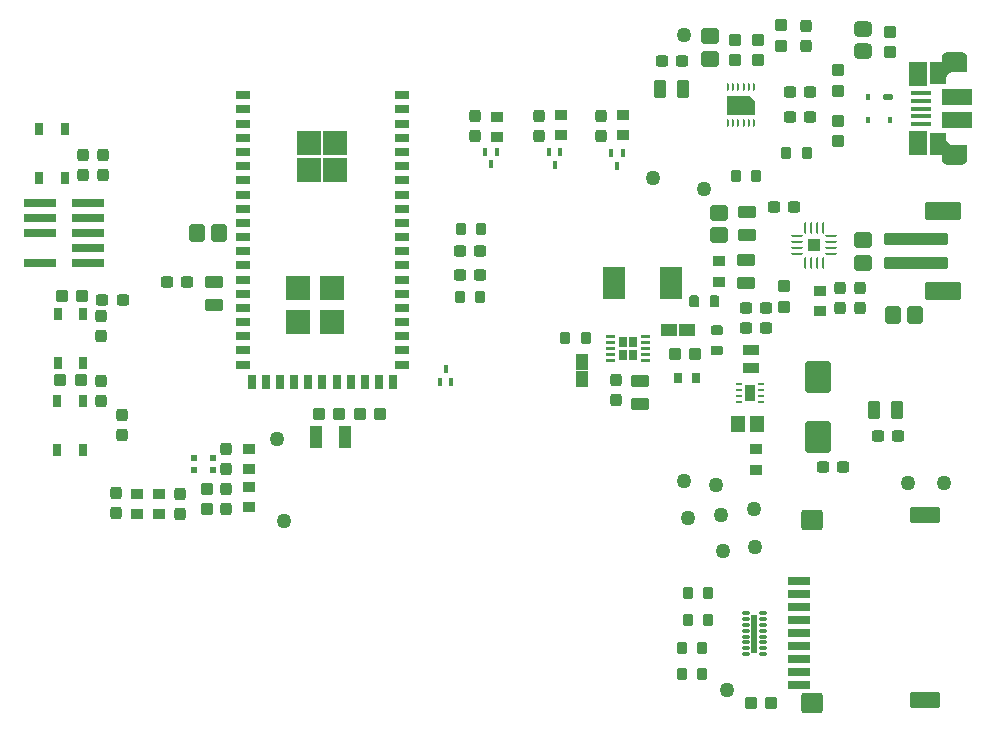
<source format=gtp>
G04*
G04 #@! TF.GenerationSoftware,Altium Limited,Altium Designer,24.1.2 (44)*
G04*
G04 Layer_Color=8421504*
%FSLAX44Y44*%
%MOMM*%
G71*
G04*
G04 #@! TF.SameCoordinates,E849002E-D005-4F9B-B670-832AB9F5597C*
G04*
G04*
G04 #@! TF.FilePolarity,Positive*
G04*
G01*
G75*
%ADD18R,1.0625X1.0625*%
%ADD19R,0.6500X0.9000*%
%ADD20R,0.8540X1.4660*%
%ADD21R,1.2000X0.7000*%
%ADD22R,0.7000X1.2000*%
%ADD23R,2.0000X2.0000*%
G04:AMPARAMS|DCode=24|XSize=1mm|YSize=1.1mm|CornerRadius=0.125mm|HoleSize=0mm|Usage=FLASHONLY|Rotation=270.000|XOffset=0mm|YOffset=0mm|HoleType=Round|Shape=RoundedRectangle|*
%AMROUNDEDRECTD24*
21,1,1.0000,0.8500,0,0,270.0*
21,1,0.7500,1.1000,0,0,270.0*
1,1,0.2500,-0.4250,-0.3750*
1,1,0.2500,-0.4250,0.3750*
1,1,0.2500,0.4250,0.3750*
1,1,0.2500,0.4250,-0.3750*
%
%ADD24ROUNDEDRECTD24*%
%ADD25R,1.1000X1.9000*%
%ADD26R,0.4600X0.6500*%
G04:AMPARAMS|DCode=27|XSize=0.6mm|YSize=0.2mm|CornerRadius=0.0375mm|HoleSize=0mm|Usage=FLASHONLY|Rotation=270.000|XOffset=0mm|YOffset=0mm|HoleType=Round|Shape=RoundedRectangle|*
%AMROUNDEDRECTD27*
21,1,0.6000,0.1250,0,0,270.0*
21,1,0.5250,0.2000,0,0,270.0*
1,1,0.0750,-0.0625,-0.2625*
1,1,0.0750,-0.0625,0.2625*
1,1,0.0750,0.0625,0.2625*
1,1,0.0750,0.0625,-0.2625*
%
%ADD27ROUNDEDRECTD27*%
G04:AMPARAMS|DCode=28|XSize=0.9906mm|YSize=1.0922mm|CornerRadius=0.2477mm|HoleSize=0mm|Usage=FLASHONLY|Rotation=270.000|XOffset=0mm|YOffset=0mm|HoleType=Round|Shape=RoundedRectangle|*
%AMROUNDEDRECTD28*
21,1,0.9906,0.5969,0,0,270.0*
21,1,0.4953,1.0922,0,0,270.0*
1,1,0.4953,-0.2985,-0.2477*
1,1,0.4953,-0.2985,0.2477*
1,1,0.4953,0.2985,0.2477*
1,1,0.4953,0.2985,-0.2477*
%
%ADD28ROUNDEDRECTD28*%
G04:AMPARAMS|DCode=29|XSize=0.9906mm|YSize=1.0922mm|CornerRadius=0.2477mm|HoleSize=0mm|Usage=FLASHONLY|Rotation=0.000|XOffset=0mm|YOffset=0mm|HoleType=Round|Shape=RoundedRectangle|*
%AMROUNDEDRECTD29*
21,1,0.9906,0.5969,0,0,0.0*
21,1,0.4953,1.0922,0,0,0.0*
1,1,0.4953,0.2477,-0.2985*
1,1,0.4953,-0.2477,-0.2985*
1,1,0.4953,-0.2477,0.2985*
1,1,0.4953,0.2477,0.2985*
%
%ADD29ROUNDEDRECTD29*%
G04:AMPARAMS|DCode=30|XSize=0.889mm|YSize=1.0922mm|CornerRadius=0.2413mm|HoleSize=0mm|Usage=FLASHONLY|Rotation=270.000|XOffset=0mm|YOffset=0mm|HoleType=Round|Shape=RoundedRectangle|*
%AMROUNDEDRECTD30*
21,1,0.8890,0.6096,0,0,270.0*
21,1,0.4064,1.0922,0,0,270.0*
1,1,0.4826,-0.3048,-0.2032*
1,1,0.4826,-0.3048,0.2032*
1,1,0.4826,0.3048,0.2032*
1,1,0.4826,0.3048,-0.2032*
%
%ADD30ROUNDEDRECTD30*%
%ADD31R,0.5000X0.5000*%
G04:AMPARAMS|DCode=32|XSize=1mm|YSize=1.1mm|CornerRadius=0.125mm|HoleSize=0mm|Usage=FLASHONLY|Rotation=0.000|XOffset=0mm|YOffset=0mm|HoleType=Round|Shape=RoundedRectangle|*
%AMROUNDEDRECTD32*
21,1,1.0000,0.8500,0,0,0.0*
21,1,0.7500,1.1000,0,0,0.0*
1,1,0.2500,0.3750,-0.4250*
1,1,0.2500,-0.3750,-0.4250*
1,1,0.2500,-0.3750,0.4250*
1,1,0.2500,0.3750,0.4250*
%
%ADD32ROUNDEDRECTD32*%
%ADD33R,0.6500X1.0500*%
G04:AMPARAMS|DCode=34|XSize=0.7399mm|YSize=2.7899mm|CornerRadius=0.185mm|HoleSize=0mm|Usage=FLASHONLY|Rotation=270.000|XOffset=0mm|YOffset=0mm|HoleType=Round|Shape=RoundedRectangle|*
%AMROUNDEDRECTD34*
21,1,0.7399,2.4200,0,0,270.0*
21,1,0.3700,2.7899,0,0,270.0*
1,1,0.3700,-1.2100,-0.1850*
1,1,0.3700,-1.2100,0.1850*
1,1,0.3700,1.2100,0.1850*
1,1,0.3700,1.2100,-0.1850*
%
%ADD34ROUNDEDRECTD34*%
G04:AMPARAMS|DCode=35|XSize=1.5mm|YSize=1.3mm|CornerRadius=0.1625mm|HoleSize=0mm|Usage=FLASHONLY|Rotation=270.000|XOffset=0mm|YOffset=0mm|HoleType=Round|Shape=RoundedRectangle|*
%AMROUNDEDRECTD35*
21,1,1.5000,0.9750,0,0,270.0*
21,1,1.1750,1.3000,0,0,270.0*
1,1,0.3250,-0.4875,-0.5875*
1,1,0.3250,-0.4875,0.5875*
1,1,0.3250,0.4875,0.5875*
1,1,0.3250,0.4875,-0.5875*
%
%ADD35ROUNDEDRECTD35*%
G04:AMPARAMS|DCode=36|XSize=1.01mm|YSize=1.47mm|CornerRadius=0.1263mm|HoleSize=0mm|Usage=FLASHONLY|Rotation=270.000|XOffset=0mm|YOffset=0mm|HoleType=Round|Shape=RoundedRectangle|*
%AMROUNDEDRECTD36*
21,1,1.0100,1.2175,0,0,270.0*
21,1,0.7575,1.4700,0,0,270.0*
1,1,0.2525,-0.6088,-0.3787*
1,1,0.2525,-0.6088,0.3787*
1,1,0.2525,0.6088,0.3787*
1,1,0.2525,0.6088,-0.3787*
%
%ADD36ROUNDEDRECTD36*%
%ADD37R,0.8000X0.9000*%
%ADD38R,1.3311X1.0121*%
G04:AMPARAMS|DCode=39|XSize=1.01mm|YSize=1.47mm|CornerRadius=0.1263mm|HoleSize=0mm|Usage=FLASHONLY|Rotation=0.000|XOffset=0mm|YOffset=0mm|HoleType=Round|Shape=RoundedRectangle|*
%AMROUNDEDRECTD39*
21,1,1.0100,1.2175,0,0,0.0*
21,1,0.7575,1.4700,0,0,0.0*
1,1,0.2525,0.3787,-0.6088*
1,1,0.2525,-0.3787,-0.6088*
1,1,0.2525,-0.3787,0.6088*
1,1,0.2525,0.3787,0.6088*
%
%ADD39ROUNDEDRECTD39*%
G04:AMPARAMS|DCode=40|XSize=1.5mm|YSize=1.3mm|CornerRadius=0.1625mm|HoleSize=0mm|Usage=FLASHONLY|Rotation=180.000|XOffset=0mm|YOffset=0mm|HoleType=Round|Shape=RoundedRectangle|*
%AMROUNDEDRECTD40*
21,1,1.5000,0.9750,0,0,180.0*
21,1,1.1750,1.3000,0,0,180.0*
1,1,0.3250,-0.5875,0.4875*
1,1,0.3250,0.5875,0.4875*
1,1,0.3250,0.5875,-0.4875*
1,1,0.3250,-0.5875,-0.4875*
%
%ADD40ROUNDEDRECTD40*%
%ADD41C,1.2700*%
G04:AMPARAMS|DCode=42|XSize=3.3mm|YSize=0.45mm|CornerRadius=0.045mm|HoleSize=0mm|Usage=FLASHONLY|Rotation=270.000|XOffset=0mm|YOffset=0mm|HoleType=Round|Shape=RoundedRectangle|*
%AMROUNDEDRECTD42*
21,1,3.3000,0.3600,0,0,270.0*
21,1,3.2100,0.4500,0,0,270.0*
1,1,0.0900,-0.1800,-1.6050*
1,1,0.0900,-0.1800,1.6050*
1,1,0.0900,0.1800,1.6050*
1,1,0.0900,0.1800,-1.6050*
%
%ADD42ROUNDEDRECTD42*%
G04:AMPARAMS|DCode=43|XSize=0.3mm|YSize=0.63mm|CornerRadius=0.03mm|HoleSize=0mm|Usage=FLASHONLY|Rotation=270.000|XOffset=0mm|YOffset=0mm|HoleType=Round|Shape=RoundedRectangle|*
%AMROUNDEDRECTD43*
21,1,0.3000,0.5700,0,0,270.0*
21,1,0.2400,0.6300,0,0,270.0*
1,1,0.0600,-0.2850,-0.1200*
1,1,0.0600,-0.2850,0.1200*
1,1,0.0600,0.2850,0.1200*
1,1,0.0600,0.2850,-0.1200*
%
%ADD43ROUNDEDRECTD43*%
G04:AMPARAMS|DCode=44|XSize=1.4mm|YSize=2.6mm|CornerRadius=0.175mm|HoleSize=0mm|Usage=FLASHONLY|Rotation=90.000|XOffset=0mm|YOffset=0mm|HoleType=Round|Shape=RoundedRectangle|*
%AMROUNDEDRECTD44*
21,1,1.4000,2.2500,0,0,90.0*
21,1,1.0500,2.6000,0,0,90.0*
1,1,0.3500,1.1250,0.5250*
1,1,0.3500,1.1250,-0.5250*
1,1,0.3500,-1.1250,-0.5250*
1,1,0.3500,-1.1250,0.5250*
%
%ADD44ROUNDEDRECTD44*%
G04:AMPARAMS|DCode=45|XSize=0.7mm|YSize=1.9mm|CornerRadius=0.0875mm|HoleSize=0mm|Usage=FLASHONLY|Rotation=90.000|XOffset=0mm|YOffset=0mm|HoleType=Round|Shape=RoundedRectangle|*
%AMROUNDEDRECTD45*
21,1,0.7000,1.7250,0,0,90.0*
21,1,0.5250,1.9000,0,0,90.0*
1,1,0.1750,0.8625,0.2625*
1,1,0.1750,0.8625,-0.2625*
1,1,0.1750,-0.8625,-0.2625*
1,1,0.1750,-0.8625,0.2625*
%
%ADD45ROUNDEDRECTD45*%
G04:AMPARAMS|DCode=46|XSize=1.7mm|YSize=1.8mm|CornerRadius=0.2125mm|HoleSize=0mm|Usage=FLASHONLY|Rotation=90.000|XOffset=0mm|YOffset=0mm|HoleType=Round|Shape=RoundedRectangle|*
%AMROUNDEDRECTD46*
21,1,1.7000,1.3750,0,0,90.0*
21,1,1.2750,1.8000,0,0,90.0*
1,1,0.4250,0.6875,0.6375*
1,1,0.4250,0.6875,-0.6375*
1,1,0.4250,-0.6875,-0.6375*
1,1,0.4250,-0.6875,0.6375*
%
%ADD46ROUNDEDRECTD46*%
G04:AMPARAMS|DCode=47|XSize=0.889mm|YSize=1.0922mm|CornerRadius=0.2413mm|HoleSize=0mm|Usage=FLASHONLY|Rotation=0.000|XOffset=0mm|YOffset=0mm|HoleType=Round|Shape=RoundedRectangle|*
%AMROUNDEDRECTD47*
21,1,0.8890,0.6096,0,0,0.0*
21,1,0.4064,1.0922,0,0,0.0*
1,1,0.4826,0.2032,-0.3048*
1,1,0.4826,-0.2032,-0.3048*
1,1,0.4826,-0.2032,0.3048*
1,1,0.4826,0.2032,0.3048*
%
%ADD47ROUNDEDRECTD47*%
G04:AMPARAMS|DCode=48|XSize=2.2mm|YSize=2.7mm|CornerRadius=0.275mm|HoleSize=0mm|Usage=FLASHONLY|Rotation=0.000|XOffset=0mm|YOffset=0mm|HoleType=Round|Shape=RoundedRectangle|*
%AMROUNDEDRECTD48*
21,1,2.2000,2.1500,0,0,0.0*
21,1,1.6500,2.7000,0,0,0.0*
1,1,0.5500,0.8250,-1.0750*
1,1,0.5500,-0.8250,-1.0750*
1,1,0.5500,-0.8250,1.0750*
1,1,0.5500,0.8250,1.0750*
%
%ADD48ROUNDEDRECTD48*%
%ADD49R,1.7500X0.4000*%
%ADD50R,2.5000X1.3750*%
G04:AMPARAMS|DCode=51|XSize=0.966mm|YSize=0.2393mm|CornerRadius=0.0598mm|HoleSize=0mm|Usage=FLASHONLY|Rotation=180.000|XOffset=0mm|YOffset=0mm|HoleType=Round|Shape=RoundedRectangle|*
%AMROUNDEDRECTD51*
21,1,0.9660,0.1196,0,0,180.0*
21,1,0.8464,0.2393,0,0,180.0*
1,1,0.1196,-0.4232,0.0598*
1,1,0.1196,0.4232,0.0598*
1,1,0.1196,0.4232,-0.0598*
1,1,0.1196,-0.4232,-0.0598*
%
%ADD51ROUNDEDRECTD51*%
G04:AMPARAMS|DCode=52|XSize=0.2393mm|YSize=0.966mm|CornerRadius=0.0598mm|HoleSize=0mm|Usage=FLASHONLY|Rotation=180.000|XOffset=0mm|YOffset=0mm|HoleType=Round|Shape=RoundedRectangle|*
%AMROUNDEDRECTD52*
21,1,0.2393,0.8464,0,0,180.0*
21,1,0.1196,0.9660,0,0,180.0*
1,1,0.1196,-0.0598,0.4232*
1,1,0.1196,0.0598,0.4232*
1,1,0.1196,0.0598,-0.4232*
1,1,0.1196,-0.0598,-0.4232*
%
%ADD52ROUNDEDRECTD52*%
%ADD53R,1.9050X2.7900*%
G04:AMPARAMS|DCode=54|XSize=1mm|YSize=5.5mm|CornerRadius=0.125mm|HoleSize=0mm|Usage=FLASHONLY|Rotation=270.000|XOffset=0mm|YOffset=0mm|HoleType=Round|Shape=RoundedRectangle|*
%AMROUNDEDRECTD54*
21,1,1.0000,5.2500,0,0,270.0*
21,1,0.7500,5.5000,0,0,270.0*
1,1,0.2500,-2.6250,-0.3750*
1,1,0.2500,-2.6250,0.3750*
1,1,0.2500,2.6250,0.3750*
1,1,0.2500,2.6250,-0.3750*
%
%ADD54ROUNDEDRECTD54*%
G04:AMPARAMS|DCode=55|XSize=1.6mm|YSize=3mm|CornerRadius=0.2mm|HoleSize=0mm|Usage=FLASHONLY|Rotation=270.000|XOffset=0mm|YOffset=0mm|HoleType=Round|Shape=RoundedRectangle|*
%AMROUNDEDRECTD55*
21,1,1.6000,2.6000,0,0,270.0*
21,1,1.2000,3.0000,0,0,270.0*
1,1,0.4000,-1.3000,-0.6000*
1,1,0.4000,-1.3000,0.6000*
1,1,0.4000,1.3000,0.6000*
1,1,0.4000,1.3000,-0.6000*
%
%ADD55ROUNDEDRECTD55*%
%ADD56R,1.0121X1.3311*%
G04:AMPARAMS|DCode=57|XSize=0.25mm|YSize=0.5mm|CornerRadius=0.05mm|HoleSize=0mm|Usage=FLASHONLY|Rotation=90.000|XOffset=0mm|YOffset=0mm|HoleType=Round|Shape=RoundedRectangle|*
%AMROUNDEDRECTD57*
21,1,0.2500,0.4000,0,0,90.0*
21,1,0.1500,0.5000,0,0,90.0*
1,1,0.1000,0.2000,0.0750*
1,1,0.1000,0.2000,-0.0750*
1,1,0.1000,-0.2000,-0.0750*
1,1,0.1000,-0.2000,0.0750*
%
%ADD57ROUNDEDRECTD57*%
%ADD58R,1.3500X0.9500*%
%ADD59R,1.2546X1.4562*%
G04:AMPARAMS|DCode=60|XSize=0.5mm|YSize=0.4mm|CornerRadius=0.05mm|HoleSize=0mm|Usage=FLASHONLY|Rotation=270.000|XOffset=0mm|YOffset=0mm|HoleType=Round|Shape=RoundedRectangle|*
%AMROUNDEDRECTD60*
21,1,0.5000,0.3000,0,0,270.0*
21,1,0.4000,0.4000,0,0,270.0*
1,1,0.1000,-0.1500,-0.2000*
1,1,0.1000,-0.1500,0.2000*
1,1,0.1000,0.1500,0.2000*
1,1,0.1000,0.1500,-0.2000*
%
%ADD60ROUNDEDRECTD60*%
G04:AMPARAMS|DCode=61|XSize=0.5mm|YSize=0.8mm|CornerRadius=0.075mm|HoleSize=0mm|Usage=FLASHONLY|Rotation=270.000|XOffset=0mm|YOffset=0mm|HoleType=Round|Shape=RoundedRectangle|*
%AMROUNDEDRECTD61*
21,1,0.5000,0.6500,0,0,270.0*
21,1,0.3500,0.8000,0,0,270.0*
1,1,0.1500,-0.3250,-0.1750*
1,1,0.1500,-0.3250,0.1750*
1,1,0.1500,0.3250,0.1750*
1,1,0.1500,0.3250,-0.1750*
%
%ADD61ROUNDEDRECTD61*%
G04:AMPARAMS|DCode=62|XSize=1.5mm|YSize=1.3mm|CornerRadius=0.325mm|HoleSize=0mm|Usage=FLASHONLY|Rotation=180.000|XOffset=0mm|YOffset=0mm|HoleType=Round|Shape=RoundedRectangle|*
%AMROUNDEDRECTD62*
21,1,1.5000,0.6500,0,0,180.0*
21,1,0.8500,1.3000,0,0,180.0*
1,1,0.6500,-0.4250,0.3250*
1,1,0.6500,0.4250,0.3250*
1,1,0.6500,0.4250,-0.3250*
1,1,0.6500,-0.4250,-0.3250*
%
%ADD62ROUNDEDRECTD62*%
G36*
X818837Y584247D02*
X819047Y584237D01*
X819257Y584207D01*
X819457Y584167D01*
X819667Y584117D01*
X819867Y584057D01*
X820057Y583987D01*
X820257Y583907D01*
X820447Y583817D01*
X820627Y583717D01*
X820807Y583607D01*
X820977Y583497D01*
X821147Y583367D01*
X821307Y583227D01*
X821457Y583087D01*
X821597Y582937D01*
X821737Y582777D01*
X821867Y582607D01*
X821977Y582437D01*
X822087Y582257D01*
X822187Y582077D01*
X822277Y581887D01*
X822357Y581687D01*
X822427Y581497D01*
X822487Y581297D01*
X822537Y581087D01*
X822577Y580887D01*
X822607Y580677D01*
X822617Y580467D01*
X822627Y580257D01*
Y568007D01*
X812127D01*
X811737Y567997D01*
X811347Y567967D01*
X810957Y567917D01*
X810567Y567847D01*
X810187Y567747D01*
X809807Y567637D01*
X809437Y567507D01*
X809077Y567357D01*
X808727Y567187D01*
X808377Y567007D01*
X808047Y566797D01*
X807717Y566577D01*
X807407Y566337D01*
X807107Y566077D01*
X806827Y565807D01*
X806557Y565527D01*
X806297Y565227D01*
X806057Y564917D01*
X805837Y564587D01*
X805627Y564257D01*
X805447Y563907D01*
X805277Y563557D01*
X805127Y563197D01*
X804997Y562827D01*
X804887Y562447D01*
X804787Y562067D01*
X804717Y561677D01*
X804667Y561287D01*
X804637Y560897D01*
X804627Y560507D01*
Y557507D01*
X791807D01*
Y575757D01*
X801627D01*
Y580257D01*
X801637Y580467D01*
X801647Y580677D01*
X801677Y580887D01*
X801717Y581087D01*
X801767Y581297D01*
X801827Y581497D01*
X801897Y581687D01*
X801977Y581887D01*
X802067Y582077D01*
X802167Y582257D01*
X802277Y582437D01*
X802387Y582607D01*
X802517Y582777D01*
X802657Y582937D01*
X802797Y583087D01*
X802947Y583227D01*
X803107Y583367D01*
X803277Y583497D01*
X803447Y583607D01*
X803627Y583717D01*
X803807Y583817D01*
X803997Y583907D01*
X804197Y583987D01*
X804387Y584057D01*
X804587Y584117D01*
X804797Y584167D01*
X804997Y584207D01*
X805207Y584237D01*
X805417Y584247D01*
X805627Y584257D01*
X818627D01*
X818837Y584247D01*
D02*
G37*
G36*
X788627Y555757D02*
X774027D01*
Y575757D01*
X788627D01*
Y555757D01*
D02*
G37*
G36*
X643245Y542864D02*
Y531675D01*
X619250D01*
Y547670D01*
X638439D01*
X643245Y542864D01*
D02*
G37*
G36*
X788627Y497757D02*
X774027D01*
Y517757D01*
X788627D01*
Y497757D01*
D02*
G37*
G36*
X804627Y513007D02*
X804637Y512617D01*
X804667Y512227D01*
X804717Y511837D01*
X804787Y511447D01*
X804887Y511067D01*
X804997Y510687D01*
X805127Y510317D01*
X805277Y509957D01*
X805447Y509607D01*
X805627Y509257D01*
X805837Y508927D01*
X806057Y508597D01*
X806297Y508287D01*
X806557Y507987D01*
X806827Y507707D01*
X807107Y507437D01*
X807407Y507177D01*
X807717Y506937D01*
X808047Y506717D01*
X808377Y506507D01*
X808727Y506327D01*
X809077Y506157D01*
X809437Y506007D01*
X809807Y505877D01*
X810187Y505767D01*
X810567Y505667D01*
X810957Y505597D01*
X811347Y505547D01*
X811737Y505517D01*
X812127Y505507D01*
X822627D01*
Y493257D01*
X822617Y493047D01*
X822607Y492837D01*
X822577Y492627D01*
X822537Y492427D01*
X822487Y492217D01*
X822427Y492017D01*
X822357Y491827D01*
X822277Y491627D01*
X822187Y491437D01*
X822087Y491257D01*
X821977Y491077D01*
X821867Y490907D01*
X821737Y490737D01*
X821597Y490577D01*
X821457Y490427D01*
X821307Y490287D01*
X821147Y490147D01*
X820977Y490017D01*
X820807Y489907D01*
X820627Y489797D01*
X820447Y489697D01*
X820257Y489607D01*
X820057Y489527D01*
X819867Y489457D01*
X819667Y489397D01*
X819457Y489347D01*
X819257Y489307D01*
X819047Y489277D01*
X818837Y489267D01*
X818627Y489257D01*
X805627D01*
X805417Y489267D01*
X805207Y489277D01*
X804997Y489307D01*
X804797Y489347D01*
X804587Y489397D01*
X804387Y489457D01*
X804197Y489527D01*
X803997Y489607D01*
X803807Y489697D01*
X803627Y489797D01*
X803447Y489907D01*
X803277Y490017D01*
X803107Y490147D01*
X802947Y490287D01*
X802797Y490427D01*
X802657Y490577D01*
X802517Y490737D01*
X802387Y490907D01*
X802277Y491077D01*
X802167Y491257D01*
X802067Y491437D01*
X801977Y491627D01*
X801897Y491827D01*
X801827Y492017D01*
X801767Y492217D01*
X801717Y492427D01*
X801677Y492627D01*
X801647Y492837D01*
X801637Y493047D01*
X801627Y493257D01*
Y497757D01*
X791807D01*
Y516007D01*
X804627D01*
Y513007D01*
D02*
G37*
G36*
X611451Y378459D02*
X611821Y378306D01*
X612154Y378083D01*
X612437Y377800D01*
X612659Y377467D01*
X612812Y377098D01*
X612890Y376705D01*
Y376505D01*
Y370409D01*
Y370209D01*
X612812Y369816D01*
X612659Y369446D01*
X612437Y369113D01*
X612154Y368830D01*
X611821Y368608D01*
X611451Y368455D01*
X611058Y368377D01*
X606594D01*
X606202Y368455D01*
X605832Y368608D01*
X605499Y368830D01*
X605216Y369113D01*
X604994Y369446D01*
X604840Y369816D01*
X604762Y370209D01*
Y370409D01*
Y376505D01*
Y376705D01*
X604840Y377098D01*
X604994Y377467D01*
X605216Y377800D01*
X605499Y378083D01*
X605832Y378306D01*
X606202Y378459D01*
X606594Y378537D01*
X611058D01*
X611451Y378459D01*
D02*
G37*
G36*
X594306D02*
X594676Y378306D01*
X595009Y378083D01*
X595292Y377800D01*
X595514Y377467D01*
X595667Y377098D01*
X595745Y376705D01*
Y376505D01*
Y370409D01*
Y370209D01*
X595667Y369816D01*
X595514Y369446D01*
X595292Y369113D01*
X595009Y368830D01*
X594676Y368608D01*
X594306Y368455D01*
X593913Y368377D01*
X589449D01*
X589057Y368455D01*
X588687Y368608D01*
X588354Y368830D01*
X588071Y369113D01*
X587849Y369446D01*
X587695Y369816D01*
X587617Y370209D01*
Y370409D01*
Y376505D01*
Y376705D01*
X587695Y377098D01*
X587849Y377467D01*
X588071Y377800D01*
X588354Y378083D01*
X588687Y378306D01*
X589057Y378459D01*
X589449Y378537D01*
X593913D01*
X594306Y378459D01*
D02*
G37*
G36*
X614537Y353067D02*
X614907Y352914D01*
X615240Y352692D01*
X615523Y352409D01*
X615745Y352076D01*
X615898Y351706D01*
X615976Y351314D01*
Y351113D01*
Y347049D01*
Y346849D01*
X615898Y346457D01*
X615745Y346087D01*
X615523Y345754D01*
X615240Y345471D01*
X614907Y345249D01*
X614537Y345095D01*
X614145Y345017D01*
X607648D01*
X607256Y345095D01*
X606886Y345249D01*
X606553Y345471D01*
X606270Y345754D01*
X606048Y346087D01*
X605895Y346457D01*
X605816Y346849D01*
Y347049D01*
Y351113D01*
Y351314D01*
X605895Y351706D01*
X606048Y352076D01*
X606270Y352409D01*
X606553Y352692D01*
X606886Y352914D01*
X607256Y353067D01*
X607648Y353145D01*
X614145D01*
X614537Y353067D01*
D02*
G37*
G36*
X547748Y344794D02*
X554348D01*
Y342494D01*
X547520D01*
X547097Y342669D01*
X546773Y342993D01*
X546599Y343415D01*
Y343644D01*
Y343873D01*
X546773Y344296D01*
X547097Y344619D01*
X547520Y344794D01*
X547748D01*
Y344794D01*
D02*
G37*
G36*
X524600Y344619D02*
X524923Y344296D01*
X525098Y343873D01*
Y343644D01*
X525098Y343415D01*
X524923Y342993D01*
X524600Y342669D01*
X524177Y342494D01*
X517349D01*
Y344794D01*
X524177D01*
X524600Y344619D01*
D02*
G37*
G36*
X554348Y337494D02*
X547520D01*
X547097Y337669D01*
X546774Y337993D01*
X546599Y338415D01*
Y338644D01*
X546599Y338873D01*
X546773Y339296D01*
X547097Y339619D01*
X547520Y339794D01*
X554348D01*
Y337494D01*
D02*
G37*
G36*
X524600Y339619D02*
X524923Y339296D01*
X525098Y338873D01*
Y338644D01*
Y338415D01*
X524923Y337993D01*
X524600Y337669D01*
X524177Y337494D01*
X523949D01*
Y337494D01*
X517349D01*
Y339794D01*
X524177D01*
X524600Y339619D01*
D02*
G37*
G36*
X554348Y332494D02*
X547520D01*
X547097Y332669D01*
X546773Y332993D01*
X546599Y333415D01*
Y333644D01*
Y333873D01*
X546773Y334296D01*
X547097Y334619D01*
X547520Y334794D01*
X554348D01*
Y332494D01*
D02*
G37*
G36*
X524600Y334619D02*
X524923Y334296D01*
X525098Y333873D01*
Y333644D01*
Y333415D01*
X524923Y332993D01*
X524600Y332669D01*
X524177Y332494D01*
X517349D01*
Y334794D01*
X524177D01*
X524600Y334619D01*
D02*
G37*
G36*
X614537Y335922D02*
X614907Y335769D01*
X615240Y335547D01*
X615523Y335264D01*
X615745Y334931D01*
X615898Y334561D01*
X615976Y334169D01*
Y333968D01*
Y329904D01*
Y329704D01*
X615898Y329312D01*
X615745Y328942D01*
X615523Y328609D01*
X615240Y328326D01*
X614907Y328104D01*
X614537Y327950D01*
X614145Y327872D01*
X607648D01*
X607256Y327950D01*
X606886Y328104D01*
X606553Y328326D01*
X606270Y328609D01*
X606048Y328942D01*
X605895Y329312D01*
X605816Y329704D01*
Y329904D01*
Y333968D01*
Y334169D01*
X605895Y334561D01*
X606048Y334931D01*
X606270Y335264D01*
X606553Y335547D01*
X606886Y335769D01*
X607256Y335922D01*
X607648Y336000D01*
X614145D01*
X614537Y335922D01*
D02*
G37*
G36*
X547748Y329794D02*
X554348D01*
Y327494D01*
X547520D01*
X547097Y327669D01*
X546773Y327993D01*
X546599Y328415D01*
Y328644D01*
Y328873D01*
X546773Y329296D01*
X547097Y329619D01*
X547520Y329794D01*
X547748D01*
Y329794D01*
D02*
G37*
G36*
X524600Y329619D02*
X524923Y329296D01*
X525098Y328873D01*
Y328644D01*
X525098Y328415D01*
X524923Y327993D01*
X524600Y327669D01*
X524177Y327494D01*
X517349D01*
Y329794D01*
X524177D01*
X524600Y329619D01*
D02*
G37*
G36*
X554348Y322494D02*
X547520D01*
X547097Y322669D01*
X546774Y322993D01*
X546599Y323415D01*
Y323644D01*
X546599Y323873D01*
X546773Y324296D01*
X547097Y324619D01*
X547520Y324794D01*
X554348D01*
Y322494D01*
D02*
G37*
G36*
X524600Y324619D02*
X524923Y324296D01*
X525098Y323873D01*
Y323644D01*
Y323415D01*
X524923Y322993D01*
X524600Y322669D01*
X524177Y322494D01*
X523949D01*
Y322494D01*
X517349D01*
Y324794D01*
X524177D01*
X524600Y324619D01*
D02*
G37*
D18*
X693167Y420991D02*
D03*
D19*
X540215Y339248D02*
D03*
X531515D02*
D03*
X531482Y328040D02*
D03*
X540182D02*
D03*
D20*
X638887Y296147D02*
D03*
D21*
X344061Y319928D02*
D03*
Y331928D02*
D03*
Y343928D02*
D03*
Y355928D02*
D03*
Y367928D02*
D03*
Y379928D02*
D03*
Y391928D02*
D03*
Y403928D02*
D03*
Y415928D02*
D03*
Y427928D02*
D03*
Y439928D02*
D03*
Y451928D02*
D03*
Y463928D02*
D03*
Y475928D02*
D03*
Y487928D02*
D03*
Y499928D02*
D03*
Y511928D02*
D03*
Y523928D02*
D03*
Y535928D02*
D03*
Y547928D02*
D03*
X210061Y547928D02*
D03*
Y535928D02*
D03*
Y523928D02*
D03*
Y511928D02*
D03*
Y499928D02*
D03*
Y487928D02*
D03*
Y475928D02*
D03*
Y463928D02*
D03*
Y451928D02*
D03*
Y439928D02*
D03*
Y427928D02*
D03*
Y415928D02*
D03*
Y403928D02*
D03*
Y391928D02*
D03*
Y379928D02*
D03*
Y367928D02*
D03*
Y355928D02*
D03*
Y343928D02*
D03*
Y331928D02*
D03*
Y319928D02*
D03*
D22*
X217023Y305516D02*
D03*
X229023D02*
D03*
X241023D02*
D03*
X253023D02*
D03*
X265023D02*
D03*
X277023D02*
D03*
X289023D02*
D03*
X301023D02*
D03*
X313023D02*
D03*
X325023D02*
D03*
X337023D02*
D03*
D23*
X256207Y356070D02*
D03*
X285443D02*
D03*
Y384619D02*
D03*
X256207D02*
D03*
X287500Y485000D02*
D03*
X265681D02*
D03*
Y507174D02*
D03*
X287500D02*
D03*
D24*
X326084Y278123D02*
D03*
X309084D02*
D03*
X592061Y329084D02*
D03*
X575061D02*
D03*
X56585Y378314D02*
D03*
X73585D02*
D03*
X656937Y33750D02*
D03*
X639937D02*
D03*
X72167Y306740D02*
D03*
X55167D02*
D03*
X274420Y278123D02*
D03*
X291420D02*
D03*
D25*
X271230Y258455D02*
D03*
X296230D02*
D03*
D26*
X376181Y305394D02*
D03*
X386181D02*
D03*
X381181Y315894D02*
D03*
X419454Y489382D02*
D03*
X414454Y499882D02*
D03*
X424454D02*
D03*
X473488Y489052D02*
D03*
X468488Y499552D02*
D03*
X478488D02*
D03*
X526395Y488507D02*
D03*
X521395Y499007D02*
D03*
X531395D02*
D03*
D27*
X642497Y555172D02*
D03*
X637997D02*
D03*
X633497D02*
D03*
X628997D02*
D03*
X624497D02*
D03*
X619997D02*
D03*
Y524172D02*
D03*
X624497D02*
D03*
X628997D02*
D03*
X633497D02*
D03*
X637997D02*
D03*
X642497D02*
D03*
D28*
X701108Y232951D02*
D03*
X718108D02*
D03*
X162620Y390204D02*
D03*
X145620D02*
D03*
X90713Y374899D02*
D03*
X107713D02*
D03*
X746973Y259654D02*
D03*
X763973D02*
D03*
X652562Y367499D02*
D03*
X635563D02*
D03*
X635563Y350991D02*
D03*
X652562D02*
D03*
X659164Y453491D02*
D03*
X676164D02*
D03*
X393515Y415778D02*
D03*
X410515D02*
D03*
X393515Y395778D02*
D03*
X410515D02*
D03*
X690039Y550594D02*
D03*
X673039D02*
D03*
X690039Y529512D02*
D03*
X673039D02*
D03*
X564327Y576756D02*
D03*
X581327D02*
D03*
D29*
X107214Y260230D02*
D03*
Y277230D02*
D03*
X102053Y211452D02*
D03*
Y194452D02*
D03*
X156585Y193722D02*
D03*
Y210722D02*
D03*
X91289Y480262D02*
D03*
Y497262D02*
D03*
X74035Y497262D02*
D03*
Y480262D02*
D03*
X731901Y384557D02*
D03*
Y367557D02*
D03*
X89293Y360782D02*
D03*
Y343782D02*
D03*
X195743Y248676D02*
D03*
Y231676D02*
D03*
Y197509D02*
D03*
Y214509D02*
D03*
X525511Y290054D02*
D03*
Y307054D02*
D03*
X715506Y384557D02*
D03*
Y367557D02*
D03*
X512752Y513515D02*
D03*
Y530515D02*
D03*
X405954Y530530D02*
D03*
Y513530D02*
D03*
X460000D02*
D03*
Y530530D02*
D03*
X89667Y306240D02*
D03*
Y289240D02*
D03*
X686365Y606440D02*
D03*
Y589440D02*
D03*
D30*
X119672Y193205D02*
D03*
Y210350D02*
D03*
X138540Y210291D02*
D03*
Y193146D02*
D03*
X644474Y248191D02*
D03*
Y231046D02*
D03*
X214682Y248821D02*
D03*
Y231676D02*
D03*
Y199479D02*
D03*
Y216624D02*
D03*
X698087Y382616D02*
D03*
Y365471D02*
D03*
X613159Y407378D02*
D03*
Y390233D02*
D03*
X531607Y531265D02*
D03*
Y514120D02*
D03*
X478568Y531265D02*
D03*
Y514120D02*
D03*
X424978Y529883D02*
D03*
Y512738D02*
D03*
D31*
X184584Y230803D02*
D03*
X168084D02*
D03*
X184584Y240803D02*
D03*
X168084D02*
D03*
D32*
X179578Y214664D02*
D03*
Y197664D02*
D03*
X667664Y369094D02*
D03*
Y386094D02*
D03*
X645471Y578162D02*
D03*
Y595162D02*
D03*
X626675Y578162D02*
D03*
Y595162D02*
D03*
X665537Y590100D02*
D03*
Y607100D02*
D03*
X713543Y569000D02*
D03*
Y552000D02*
D03*
X757587Y584394D02*
D03*
Y601394D02*
D03*
X713543Y509378D02*
D03*
Y526378D02*
D03*
D33*
X58899Y519262D02*
D03*
Y477762D02*
D03*
X37399D02*
D03*
Y519262D02*
D03*
X74398Y362609D02*
D03*
Y321109D02*
D03*
X52899D02*
D03*
Y362609D02*
D03*
X52408Y289240D02*
D03*
Y247740D02*
D03*
X73909D02*
D03*
Y289240D02*
D03*
D34*
X78766Y405618D02*
D03*
X38126D02*
D03*
X78766Y418318D02*
D03*
Y431018D02*
D03*
X38126D02*
D03*
X78766Y443718D02*
D03*
X38126D02*
D03*
X78766Y456418D02*
D03*
X38126D02*
D03*
D35*
X170420Y431679D02*
D03*
X189420D02*
D03*
X760016Y361579D02*
D03*
X779016D02*
D03*
D36*
X545618Y305945D02*
D03*
Y286345D02*
D03*
X185000Y389600D02*
D03*
Y370000D02*
D03*
X636476Y429919D02*
D03*
Y449519D02*
D03*
X635940Y388690D02*
D03*
Y408290D02*
D03*
D37*
X577929Y308644D02*
D03*
X592929D02*
D03*
D38*
X570618Y349303D02*
D03*
X585429D02*
D03*
D39*
X763695Y281281D02*
D03*
X744095D02*
D03*
X582628Y553388D02*
D03*
X563028D02*
D03*
D40*
X734754Y406199D02*
D03*
Y425199D02*
D03*
X613159Y429656D02*
D03*
Y448656D02*
D03*
X604831Y578940D02*
D03*
Y597940D02*
D03*
D41*
X803549Y219678D02*
D03*
X773092Y219805D02*
D03*
X244109Y187254D02*
D03*
X643157Y165516D02*
D03*
X616256Y162500D02*
D03*
X619899Y44829D02*
D03*
X586126Y189770D02*
D03*
X614722Y193000D02*
D03*
X557278Y477969D02*
D03*
X583480Y221611D02*
D03*
X610619Y217986D02*
D03*
X642338Y197872D02*
D03*
X600149Y468802D02*
D03*
X238091Y257141D02*
D03*
X582860Y598725D02*
D03*
D42*
X642779Y92171D02*
D03*
D43*
X635179Y109671D02*
D03*
Y104671D02*
D03*
Y99671D02*
D03*
Y94671D02*
D03*
Y89671D02*
D03*
Y84671D02*
D03*
Y79671D02*
D03*
Y74671D02*
D03*
X650379Y109671D02*
D03*
Y104671D02*
D03*
Y99671D02*
D03*
Y94671D02*
D03*
Y89671D02*
D03*
Y84671D02*
D03*
Y79671D02*
D03*
Y74671D02*
D03*
D44*
X787198Y193000D02*
D03*
Y36000D02*
D03*
D45*
X680698Y137000D02*
D03*
Y126000D02*
D03*
Y115000D02*
D03*
Y104000D02*
D03*
Y93000D02*
D03*
Y82000D02*
D03*
Y71000D02*
D03*
Y60000D02*
D03*
Y49000D02*
D03*
D46*
X691198Y188500D02*
D03*
Y33500D02*
D03*
D47*
X586577Y126179D02*
D03*
X603722D02*
D03*
X586577Y103316D02*
D03*
X603722D02*
D03*
X598657Y79671D02*
D03*
X581511D02*
D03*
X598657Y57796D02*
D03*
X581511D02*
D03*
X644474Y479239D02*
D03*
X627329D02*
D03*
X669763Y499382D02*
D03*
X686908D02*
D03*
X410515Y376905D02*
D03*
X393370D02*
D03*
X394068Y434531D02*
D03*
X411213D02*
D03*
X482730Y342848D02*
D03*
X499875D02*
D03*
D48*
X696482Y258304D02*
D03*
Y309304D02*
D03*
D49*
X783377Y536757D02*
D03*
Y543257D02*
D03*
Y523757D02*
D03*
Y530257D02*
D03*
Y549757D02*
D03*
D50*
X814127Y546132D02*
D03*
Y527382D02*
D03*
D51*
X707897Y413491D02*
D03*
Y418491D02*
D03*
Y423491D02*
D03*
Y428491D02*
D03*
X678436D02*
D03*
Y423491D02*
D03*
Y418491D02*
D03*
Y413491D02*
D03*
D52*
X700667Y435722D02*
D03*
X695667D02*
D03*
X690667D02*
D03*
X685667D02*
D03*
Y406261D02*
D03*
X690667D02*
D03*
X695667D02*
D03*
X700667D02*
D03*
D53*
X572004Y388690D02*
D03*
X523493D02*
D03*
D54*
X779682Y405991D02*
D03*
Y425991D02*
D03*
D55*
X802182Y381991D02*
D03*
Y449991D02*
D03*
D56*
X496347Y322306D02*
D03*
Y307496D02*
D03*
D57*
X629379Y303644D02*
D03*
Y298644D02*
D03*
Y293644D02*
D03*
Y288644D02*
D03*
X648379D02*
D03*
Y293644D02*
D03*
Y298644D02*
D03*
Y303644D02*
D03*
D58*
X639799Y332144D02*
D03*
Y317144D02*
D03*
D59*
X645112Y270000D02*
D03*
X628596D02*
D03*
D60*
X757587Y526624D02*
D03*
X738587D02*
D03*
Y546624D02*
D03*
D61*
X755587D02*
D03*
D62*
X734879Y585036D02*
D03*
Y604036D02*
D03*
M02*

</source>
